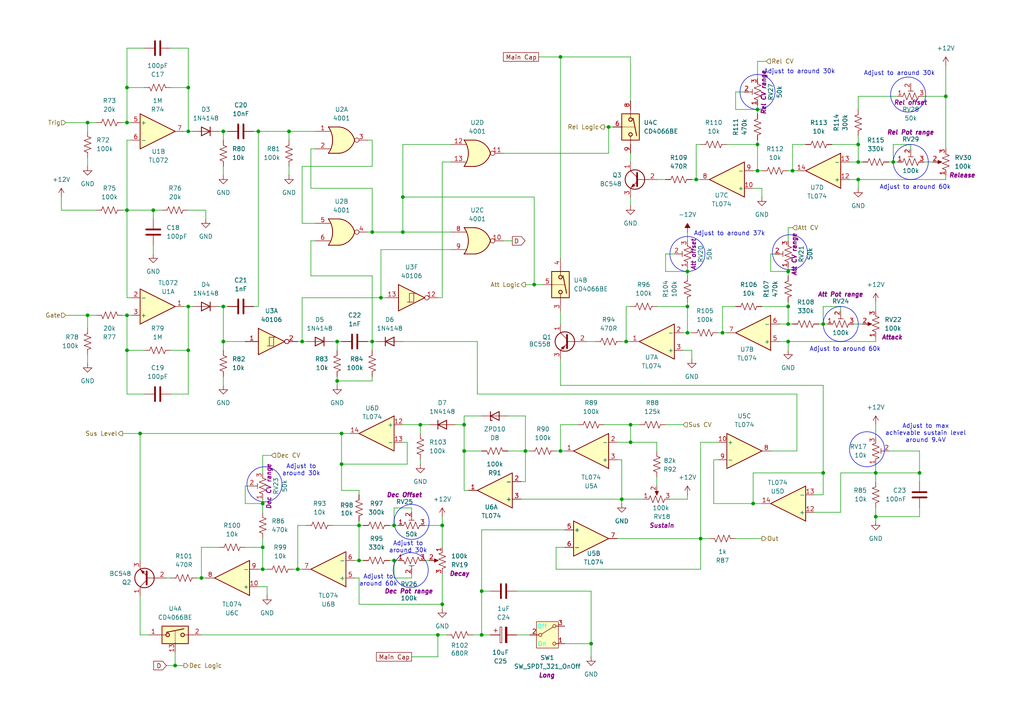
<source format=kicad_sch>
(kicad_sch (version 20250114) (generator "eeschema") (generator_version "9.0")
  (paper "A4")
  (title_block (company "DMH Instruments") (comment 1 "PCB for 15cm Kosmo format synthesizer module"))
  (circle (center 263.398 27.432) (radius 5.08))
  (circle (center 264.16 46.99) (radius 5.08))
  (circle (center 76.708 140.462) (radius 5.08))
  (circle (center 199.39 73.66) (radius 5.08))
  (circle (center 243.84 93.98) (radius 5.08))
  (circle (center 251.46 130.302) (radius 5.08))
  (circle (center 119.38 151.384) (radius 5.08))
  (circle (center 119.126 165.354) (radius 5.08))
  (circle (center 229.108 73.152) (radius 5.08))
  (circle (center 219.71 26.67) (radius 5.08))
  (text "Adjust to\naround 60k" (at 109.728 168.402 0) (effects (font (size 1.27 1.27))))
  (text "Adjust to\naround 30k" (at 118.364 158.75 0) (effects (font (size 1.27 1.27))))
  (text "Adjust to around 30k" (at 231.902 20.828 0) (effects (font (size 1.27 1.27))))
  (text "Adjust to around 60k" (at 265.43 54.356 0) (effects (font (size 1.27 1.27))))
  (text "Adjust to\naround 30k" (at 87.376 136.398 0) (effects (font (size 1.27 1.27))))
  (text "Adjust to around 37k" (at 211.582 67.818 0) (effects (font (size 1.27 1.27))))
  (text "Adjust to around 30k" (at 260.858 21.336 0) (effects (font (size 1.27 1.27))))
  (text "Adjust to max\nachievable sustain level\naround 9.4V" (at 268.478 125.73 0) (effects (font (size 1.27 1.27))))
  (text "Adjust to around 60k" (at 245.11 101.346 0) (effects (font (size 1.27 1.27))))
  (junction (at 228.6 78.74))
  (junction (at 76.2 146.05))
  (junction (at 248.92 46.99))
  (junction (at 97.79 99.06))
  (junction (at 128.27 152.4))
  (junction (at 74.93 38.1))
  (junction (at 83.82 38.1))
  (junction (at 162.56 16.51))
  (junction (at 25.4 91.44))
  (junction (at 64.77 38.1))
  (junction (at 134.62 130.81))
  (junction (at 54.61 101.6))
  (junction (at 25.4 35.56))
  (junction (at 180.34 144.78))
  (junction (at 87.63 99.06))
  (junction (at 181.61 99.06))
  (junction (at 76.2 165.1))
  (junction (at 36.83 25.4))
  (junction (at 219.71 49.53))
  (junction (at 116.84 57.15))
  (junction (at 36.83 35.56))
  (junction (at 152.4 130.81))
  (junction (at 254 137.16))
  (junction (at 114.3 162.56))
  (junction (at 228.6 88.9))
  (junction (at 254 149.86))
  (junction (at 114.3 152.4))
  (junction (at 199.39 96.52))
  (junction (at 238.76 137.16))
  (junction (at 54.61 88.9))
  (junction (at 99.06 134.62))
  (junction (at 134.62 123.19))
  (junction (at 199.39 88.9))
  (junction (at 229.87 49.53))
  (junction (at 162.56 130.81))
  (junction (at 203.2 156.21))
  (junction (at 182.88 128.27))
  (junction (at 104.14 162.56))
  (junction (at 36.83 101.6))
  (junction (at 199.39 78.74))
  (junction (at 248.92 41.91))
  (junction (at 54.61 25.4))
  (junction (at 219.71 31.75))
  (junction (at 259.08 46.99))
  (junction (at 50.8 193.04))
  (junction (at 176.53 36.83))
  (junction (at 110.49 86.36))
  (junction (at 182.88 123.19))
  (junction (at 209.55 96.52))
  (junction (at 228.6 99.06))
  (junction (at 219.71 41.91))
  (junction (at 64.77 99.06))
  (junction (at 97.79 110.49))
  (junction (at 121.92 123.19))
  (junction (at 274.32 27.94))
  (junction (at 107.95 67.31))
  (junction (at 139.7 171.45))
  (junction (at 248.92 52.07))
  (junction (at 154.94 82.55))
  (junction (at 116.84 67.31))
  (junction (at 86.36 165.1))
  (junction (at 54.61 38.1))
  (junction (at 266.7 137.16))
  (junction (at 44.45 60.96))
  (junction (at 238.76 93.98))
  (junction (at 76.2 158.75))
  (junction (at 64.77 88.9))
  (junction (at 107.95 99.06))
  (junction (at 40.64 125.73))
  (junction (at 201.93 52.07))
  (junction (at 171.45 186.69))
  (junction (at 139.7 184.15))
  (junction (at 228.6 93.98))
  (junction (at 36.83 60.96))
  (junction (at 218.44 146.05))
  (junction (at 104.14 152.4))
  (junction (at 128.27 175.26))
  (junction (at 58.42 167.64))
  (junction (at 127 184.15))
  (junction (at 99.06 125.73))
  (junction (at 36.83 91.44))
  (wire (pts (xy 236.22 148.59) (xy 243.84 148.59)))
  (wire (pts (xy 64.77 109.22) (xy 64.77 111.76)))
  (wire (pts (xy 76.2 158.75) (xy 76.2 165.1)))
  (wire (pts (xy 203.2 128.27) (xy 208.28 128.27)))
  (wire (pts (xy 74.93 38.1) (xy 74.93 88.9)))
  (wire (pts (xy 213.36 88.9) (xy 209.55 88.9)))
  (wire (pts (xy 107.95 99.06) (xy 109.22 99.06)))
  (wire (pts (xy 127 184.15) (xy 129.54 184.15)))
  (wire (pts (xy 264.16 41.91) (xy 259.08 41.91)))
  (wire (pts (xy 219.71 30.48) (xy 219.71 31.75)))
  (wire (pts (xy 182.88 88.9) (xy 181.61 88.9)))
  (wire (pts (xy 207.01 146.05) (xy 218.44 146.05)))
  (wire (pts (xy 267.97 27.94) (xy 274.32 27.94)))
  (wire (pts (xy 127 190.5) (xy 127 184.15)))
  (wire (pts (xy 162.56 16.51) (xy 156.21 16.51)))
  (wire (pts (xy 182.88 29.21) (xy 182.88 16.51)))
  (wire (pts (xy 19.05 35.56) (xy 25.4 35.56)))
  (wire (pts (xy 208.28 96.52) (xy 209.55 96.52)))
  (wire (pts (xy 119.38 148.59) (xy 119.38 147.32)))
  (wire (pts (xy 38.1 86.36) (xy 36.83 86.36)))
  (wire (pts (xy 210.82 41.91) (xy 219.71 41.91)))
  (wire (pts (xy 73.66 88.9) (xy 74.93 88.9)))
  (wire (pts (xy 54.61 88.9) (xy 55.88 88.9)))
  (wire (pts (xy 130.81 72.39) (xy 110.49 72.39)))
  (wire (pts (xy 50.8 193.04) (xy 48.26 193.04)))
  (wire (pts (xy 199.39 67.31) (xy 199.39 69.85)))
  (wire (pts (xy 44.45 60.96) (xy 44.45 63.5)))
  (wire (pts (xy 44.45 71.12) (xy 44.45 73.66)))
  (wire (pts (xy 243.84 88.9) (xy 238.76 88.9)))
  (wire (pts (xy 36.83 25.4) (xy 41.91 25.4)))
  (wire (pts (xy 177.8 36.83) (xy 176.53 36.83)))
  (wire (pts (xy 199.39 77.47) (xy 199.39 78.74)))
  (wire (pts (xy 36.83 91.44) (xy 38.1 91.44)))
  (wire (pts (xy 36.83 101.6) (xy 36.83 91.44)))
  (wire (pts (xy 19.05 91.44) (xy 25.4 91.44)))
  (wire (pts (xy 139.7 153.67) (xy 163.83 153.67)))
  (wire (pts (xy 161.29 165.1) (xy 203.2 165.1)))
  (wire (pts (xy 90.17 69.85) (xy 90.17 80.01)))
  (wire (pts (xy 229.87 41.91) (xy 229.87 49.53)))
  (wire (pts (xy 64.77 99.06) (xy 71.12 99.06)))
  (wire (pts (xy 203.2 41.91) (xy 201.93 41.91)))
  (wire (pts (xy 58.42 167.64) (xy 59.69 167.64)))
  (wire (pts (xy 182.88 44.45) (xy 182.88 46.99)))
  (wire (pts (xy 50.8 189.23) (xy 50.8 193.04)))
  (wire (pts (xy 41.91 114.3) (xy 36.83 114.3)))
  (wire (pts (xy 104.14 167.64) (xy 104.14 175.26)))
  (wire (pts (xy 139.7 171.45) (xy 142.24 171.45)))
  (wire (pts (xy 247.65 93.98) (xy 250.19 93.98)))
  (wire (pts (xy 162.56 111.76) (xy 238.76 111.76)))
  (wire (pts (xy 49.53 13.97) (xy 54.61 13.97)))
  (wire (pts (xy 134.62 120.65) (xy 134.62 123.19)))
  (wire (pts (xy 146.05 69.85) (xy 148.59 69.85)))
  (wire (pts (xy 87.63 86.36) (xy 87.63 99.06)))
  (wire (pts (xy 228.6 93.98) (xy 226.06 93.98)))
  (wire (pts (xy 40.64 172.72) (xy 40.64 184.15)))
  (wire (pts (xy 49.53 114.3) (xy 54.61 114.3)))
  (wire (pts (xy 78.74 132.08) (xy 76.2 132.08)))
  (wire (pts (xy 116.84 41.91) (xy 116.84 57.15)))
  (wire (pts (xy 36.83 86.36) (xy 36.83 60.96)))
  (wire (pts (xy 102.87 167.64) (xy 104.14 167.64)))
  (wire (pts (xy 63.5 158.75) (xy 58.42 158.75)))
  (wire (pts (xy 128.27 166.37) (xy 128.27 175.26)))
  (wire (pts (xy 154.94 57.15) (xy 116.84 57.15)))
  (wire (pts (xy 86.36 152.4) (xy 86.36 165.1)))
  (wire (pts (xy 219.71 41.91) (xy 219.71 49.53)))
  (wire (pts (xy 25.4 91.44) (xy 25.4 95.25)))
  (wire (pts (xy 203.2 156.21) (xy 205.74 156.21)))
  (wire (pts (xy 90.17 54.61) (xy 107.95 54.61)))
  (wire (pts (xy 228.6 77.47) (xy 228.6 78.74)))
  (wire (pts (xy 257.81 130.81) (xy 266.7 130.81)))
  (wire (pts (xy 110.49 86.36) (xy 87.63 86.36)))
  (wire (pts (xy 49.53 25.4) (xy 54.61 25.4)))
  (wire (pts (xy 72.39 140.97) (xy 71.12 140.97)))
  (wire (pts (xy 199.39 144.78) (xy 199.39 143.51)))
  (wire (pts (xy 88.9 152.4) (xy 86.36 152.4)))
  (wire (pts (xy 175.26 123.19) (xy 182.88 123.19)))
  (wire (pts (xy 27.94 60.96) (xy 17.78 60.96)))
  (wire (pts (xy 114.3 162.56) (xy 115.57 162.56)))
  (wire (pts (xy 35.56 35.56) (xy 36.83 35.56)))
  (wire (pts (xy 228.6 93.98) (xy 229.87 93.98)))
  (wire (pts (xy 119.38 190.5) (xy 127 190.5)))
  (wire (pts (xy 162.56 90.17) (xy 162.56 93.98)))
  (wire (pts (xy 77.47 172.72) (xy 77.47 170.18)))
  (wire (pts (xy 107.95 40.64) (xy 107.95 48.26)))
  (wire (pts (xy 113.03 152.4) (xy 114.3 152.4)))
  (wire (pts (xy 152.4 82.55) (xy 154.94 82.55)))
  (wire (pts (xy 218.44 137.16) (xy 218.44 146.05)))
  (wire (pts (xy 219.71 40.64) (xy 219.71 41.91)))
  (wire (pts (xy 74.93 165.1) (xy 76.2 165.1)))
  (wire (pts (xy 181.61 88.9) (xy 181.61 99.06)))
  (wire (pts (xy 193.04 123.19) (xy 198.12 123.19)))
  (wire (pts (xy 134.62 142.24) (xy 135.89 142.24)))
  (wire (pts (xy 219.71 17.78) (xy 219.71 22.86)))
  (wire (pts (xy 104.14 151.13) (xy 104.14 152.4)))
  (wire (pts (xy 176.53 36.83) (xy 176.53 44.45)))
  (wire (pts (xy 182.88 16.51) (xy 162.56 16.51)))
  (wire (pts (xy 128.27 175.26) (xy 128.27 176.53)))
  (wire (pts (xy 64.77 38.1) (xy 66.04 38.1)))
  (wire (pts (xy 157.48 82.55) (xy 154.94 82.55)))
  (wire (pts (xy 99.06 125.73) (xy 101.6 125.73)))
  (wire (pts (xy 36.83 35.56) (xy 38.1 35.56)))
  (wire (pts (xy 171.45 186.69) (xy 171.45 190.5)))
  (wire (pts (xy 213.36 26.67) (xy 213.36 31.75)))
  (wire (pts (xy 254 149.86) (xy 254 151.13)))
  (wire (pts (xy 74.93 38.1) (xy 83.82 38.1)))
  (wire (pts (xy 201.93 52.07) (xy 203.2 52.07)))
  (wire (pts (xy 139.7 120.65) (xy 134.62 120.65)))
  (wire (pts (xy 209.55 88.9) (xy 209.55 96.52)))
  (wire (pts (xy 228.6 78.74) (xy 228.6 80.01)))
  (wire (pts (xy 228.6 88.9) (xy 228.6 93.98)))
  (wire (pts (xy 220.98 88.9) (xy 228.6 88.9)))
  (wire (pts (xy 152.4 130.81) (xy 153.67 130.81)))
  (wire (pts (xy 219.71 31.75) (xy 219.71 33.02)))
  (wire (pts (xy 107.95 101.6) (xy 107.95 99.06)))
  (wire (pts (xy 64.77 88.9) (xy 66.04 88.9)))
  (wire (pts (xy 107.95 67.31) (xy 116.84 67.31)))
  (wire (pts (xy 223.52 78.74) (xy 228.6 78.74)))
  (wire (pts (xy 105.41 152.4) (xy 104.14 152.4)))
  (wire (pts (xy 161.29 158.75) (xy 161.29 165.1)))
  (wire (pts (xy 77.47 170.18) (xy 74.93 170.18)))
  (wire (pts (xy 248.92 27.94) (xy 260.35 27.94)))
  (wire (pts (xy 119.38 166.37) (xy 119.38 167.64)))
  (wire (pts (xy 71.12 158.75) (xy 76.2 158.75)))
  (wire (pts (xy 243.84 137.16) (xy 254 137.16)))
  (wire (pts (xy 254 147.32) (xy 254 149.86)))
  (wire (pts (xy 162.56 74.93) (xy 162.56 16.51)))
  (wire (pts (xy 233.68 41.91) (xy 229.87 41.91)))
  (wire (pts (xy 58.42 158.75) (xy 58.42 167.64)))
  (wire (pts (xy 254 123.19) (xy 254 127)))
  (wire (pts (xy 121.92 123.19) (xy 121.92 125.73)))
  (wire (pts (xy 87.63 64.77) (xy 91.44 64.77)))
  (wire (pts (xy 74.93 38.1) (xy 73.66 38.1)))
  (wire (pts (xy 97.79 109.22) (xy 97.79 110.49)))
  (wire (pts (xy 107.95 54.61) (xy 107.95 67.31)))
  (wire (pts (xy 181.61 99.06) (xy 182.88 99.06)))
  (wire (pts (xy 219.71 49.53) (xy 218.44 49.53)))
  (wire (pts (xy 25.4 35.56) (xy 27.94 35.56)))
  (wire (pts (xy 63.5 38.1) (xy 64.77 38.1)))
  (wire (pts (xy 113.03 162.56) (xy 114.3 162.56)))
  (wire (pts (xy 162.56 104.14) (xy 162.56 111.76)))
  (wire (pts (xy 274.32 27.94) (xy 274.32 43.18)))
  (wire (pts (xy 99.06 134.62) (xy 99.06 142.24)))
  (wire (pts (xy 97.79 99.06) (xy 99.06 99.06)))
  (wire (pts (xy 223.52 73.66) (xy 223.52 78.74)))
  (wire (pts (xy 154.94 82.55) (xy 154.94 57.15)))
  (wire (pts (xy 200.66 101.6) (xy 200.66 104.14)))
  (wire (pts (xy 41.91 13.97) (xy 36.83 13.97)))
  (wire (pts (xy 231.14 114.3) (xy 231.14 130.81)))
  (wire (pts (xy 146.05 44.45) (xy 176.53 44.45)))
  (wire (pts (xy 193.04 73.66) (xy 193.04 78.74)))
  (wire (pts (xy 209.55 96.52) (xy 210.82 96.52)))
  (wire (pts (xy 274.32 52.07) (xy 248.92 52.07)))
  (wire (pts (xy 254 87.63) (xy 254 90.17)))
  (wire (pts (xy 152.4 139.7) (xy 152.4 130.81)))
  (wire (pts (xy 254 99.06) (xy 228.6 99.06)))
  (wire (pts (xy 243.84 90.17) (xy 243.84 88.9)))
  (wire (pts (xy 228.6 87.63) (xy 228.6 88.9)))
  (wire (pts (xy 104.14 162.56) (xy 105.41 162.56)))
  (wire (pts (xy 248.92 39.37) (xy 248.92 41.91)))
  (wire (pts (xy 228.6 99.06) (xy 226.06 99.06)))
  (wire (pts (xy 238.76 88.9) (xy 238.76 93.98)))
  (wire (pts (xy 182.88 128.27) (xy 179.07 128.27)))
  (wire (pts (xy 207.01 146.05) (xy 207.01 133.35)))
  (wire (pts (xy 48.26 167.64) (xy 49.53 167.64)))
  (wire (pts (xy 138.43 99.06) (xy 116.84 99.06)))
  (wire (pts (xy 59.69 60.96) (xy 54.61 60.96)))
  (wire (pts (xy 179.07 156.21) (xy 203.2 156.21)))
  (wire (pts (xy 162.56 130.81) (xy 163.83 130.81)))
  (wire (pts (xy 194.31 144.78) (xy 199.39 144.78)))
  (wire (pts (xy 171.45 171.45) (xy 171.45 186.69)))
  (wire (pts (xy 121.92 133.35) (xy 121.92 134.62)))
  (wire (pts (xy 175.26 36.83) (xy 176.53 36.83)))
  (wire (pts (xy 138.43 114.3) (xy 231.14 114.3)))
  (wire (pts (xy 243.84 148.59) (xy 243.84 137.16)))
  (wire (pts (xy 50.8 193.04) (xy 53.34 193.04)))
  (wire (pts (xy 57.15 167.64) (xy 58.42 167.64)))
  (wire (pts (xy 274.32 50.8) (xy 274.32 52.07)))
  (wire (pts (xy 76.2 165.1) (xy 77.47 165.1)))
  (wire (pts (xy 138.43 114.3) (xy 138.43 99.06)))
  (wire (pts (xy 162.56 123.19) (xy 162.56 130.81)))
  (wire (pts (xy 54.61 38.1) (xy 53.34 38.1)))
  (wire (pts (xy 36.83 25.4) (xy 36.83 35.56)))
  (wire (pts (xy 139.7 130.81) (xy 134.62 130.81)))
  (wire (pts (xy 195.58 73.66) (xy 193.04 73.66)))
  (wire (pts (xy 107.95 80.01) (xy 107.95 99.06)))
  (wire (pts (xy 121.92 123.19) (xy 124.46 123.19)))
  (wire (pts (xy 236.22 143.51) (xy 238.76 143.51)))
  (wire (pts (xy 215.9 26.67) (xy 213.36 26.67)))
  (wire (pts (xy 149.86 171.45) (xy 171.45 171.45)))
  (wire (pts (xy 119.38 167.64) (xy 114.3 167.64)))
  (wire (pts (xy 54.61 114.3) (xy 54.61 101.6)))
  (wire (pts (xy 248.92 54.61) (xy 248.92 52.07)))
  (wire (pts (xy 229.87 49.53) (xy 231.14 49.53)))
  (wire (pts (xy 130.81 46.99) (xy 128.27 46.99)))
  (wire (pts (xy 198.12 101.6) (xy 200.66 101.6)))
  (wire (pts (xy 90.17 80.01) (xy 107.95 80.01)))
  (wire (pts (xy 274.32 19.05) (xy 274.32 27.94)))
  (wire (pts (xy 248.92 52.07) (xy 246.38 52.07)))
  (wire (pts (xy 137.16 184.15) (xy 139.7 184.15)))
  (wire (pts (xy 97.79 110.49) (xy 107.95 110.49)))
  (wire (pts (xy 106.68 40.64) (xy 107.95 40.64)))
  (wire (pts (xy 116.84 128.27) (xy 118.11 128.27)))
  (wire (pts (xy 76.2 144.78) (xy 76.2 146.05)))
  (wire (pts (xy 218.44 146.05) (xy 220.98 146.05)))
  (wire (pts (xy 25.4 45.72) (xy 25.4 48.26)))
  (wire (pts (xy 231.14 130.81) (xy 223.52 130.81)))
  (wire (pts (xy 99.06 134.62) (xy 99.06 125.73)))
  (wire (pts (xy 224.79 73.66) (xy 223.52 73.66)))
  (wire (pts (xy 114.3 167.64) (xy 114.3 162.56)))
  (wire (pts (xy 180.34 133.35) (xy 180.34 144.78)))
  (wire (pts (xy 123.19 162.56) (xy 124.46 162.56)))
  (wire (pts (xy 110.49 72.39) (xy 110.49 86.36)))
  (wire (pts (xy 104.14 152.4) (xy 104.14 162.56)))
  (wire (pts (xy 71.12 140.97) (xy 71.12 146.05)))
  (wire (pts (xy 199.39 78.74) (xy 199.39 80.01)))
  (wire (pts (xy 35.56 60.96) (xy 36.83 60.96)))
  (wire (pts (xy 54.61 25.4) (xy 54.61 38.1)))
  (wire (pts (xy 35.56 125.73) (xy 40.64 125.73)))
  (wire (pts (xy 267.97 46.99) (xy 270.51 46.99)))
  (wire (pts (xy 107.95 67.31) (xy 106.68 67.31)))
  (wire (pts (xy 219.71 49.53) (xy 220.98 49.53)))
  (wire (pts (xy 83.82 38.1) (xy 91.44 38.1)))
  (wire (pts (xy 200.66 52.07) (xy 201.93 52.07)))
  (wire (pts (xy 130.81 41.91) (xy 116.84 41.91)))
  (wire (pts (xy 163.83 186.69) (xy 171.45 186.69)))
  (wire (pts (xy 182.88 57.15) (xy 182.88 59.69)))
  (wire (pts (xy 203.2 156.21) (xy 203.2 128.27)))
  (wire (pts (xy 64.77 99.06) (xy 64.77 101.6)))
  (wire (pts (xy 110.49 86.36) (xy 111.76 86.36)))
  (wire (pts (xy 147.32 120.65) (xy 152.4 120.65)))
  (wire (pts (xy 86.36 99.06) (xy 87.63 99.06)))
  (wire (pts (xy 91.44 43.18) (xy 90.17 43.18)))
  (wire (pts (xy 128.27 152.4) (xy 128.27 158.75)))
  (wire (pts (xy 259.08 41.91) (xy 259.08 46.99)))
  (wire (pts (xy 36.83 13.97) (xy 36.83 25.4)))
  (wire (pts (xy 58.42 184.15) (xy 127 184.15)))
  (wire (pts (xy 54.61 13.97) (xy 54.61 25.4)))
  (wire (pts (xy 264.16 43.18) (xy 264.16 41.91)))
  (wire (pts (xy 86.36 165.1) (xy 87.63 165.1)))
  (wire (pts (xy 199.39 96.52) (xy 200.66 96.52)))
  (wire (pts (xy 40.64 162.56) (xy 40.64 125.73)))
  (wire (pts (xy 40.64 125.73) (xy 99.06 125.73)))
  (wire (pts (xy 91.44 69.85) (xy 90.17 69.85)))
  (wire (pts (xy 118.11 134.62) (xy 99.06 134.62)))
  (wire (pts (xy 132.08 123.19) (xy 134.62 123.19)))
  (wire (pts (xy 218.44 137.16) (xy 238.76 137.16)))
  (wire (pts (xy 228.6 101.6) (xy 228.6 99.06)))
  (wire (pts (xy 35.56 91.44) (xy 36.83 91.44)))
  (wire (pts (xy 201.93 41.91) (xy 201.93 52.07)))
  (wire (pts (xy 190.5 138.43) (xy 190.5 140.97)))
  (wire (pts (xy 64.77 48.26) (xy 64.77 50.8)))
  (wire (pts (xy 182.88 123.19) (xy 185.42 123.19)))
  (wire (pts (xy 207.01 133.35) (xy 208.28 133.35)))
  (wire (pts (xy 114.3 147.32) (xy 114.3 152.4)))
  (wire (pts (xy 248.92 41.91) (xy 248.92 46.99)))
  (wire (pts (xy 266.7 137.16) (xy 254 137.16)))
  (wire (pts (xy 238.76 93.98) (xy 240.03 93.98)))
  (wire (pts (xy 99.06 142.24) (xy 104.14 142.24)))
  (wire (pts (xy 134.62 130.81) (xy 134.62 142.24)))
  (wire (pts (xy 222.25 17.78) (xy 219.71 17.78)))
  (wire (pts (xy 116.84 67.31) (xy 130.81 67.31)))
  (wire (pts (xy 161.29 130.81) (xy 162.56 130.81)))
  (wire (pts (xy 102.87 162.56) (xy 104.14 162.56)))
  (wire (pts (xy 25.4 102.87) (xy 25.4 105.41)))
  (wire (pts (xy 41.91 101.6) (xy 36.83 101.6)))
  (wire (pts (xy 107.95 99.06) (xy 106.68 99.06)))
  (wire (pts (xy 118.11 128.27) (xy 118.11 134.62)))
  (wire (pts (xy 238.76 111.76) (xy 238.76 137.16)))
  (wire (pts (xy 87.63 48.26) (xy 87.63 64.77)))
  (wire (pts (xy 44.45 60.96) (xy 46.99 60.96)))
  (wire (pts (xy 83.82 40.64) (xy 83.82 38.1)))
  (wire (pts (xy 237.49 93.98) (xy 238.76 93.98)))
  (wire (pts (xy 238.76 143.51) (xy 238.76 137.16)))
  (wire (pts (xy 139.7 171.45) (xy 139.7 184.15)))
  (wire (pts (xy 25.4 91.44) (xy 27.94 91.44)))
  (wire (pts (xy 49.53 101.6) (xy 54.61 101.6)))
  (wire (pts (xy 36.83 60.96) (xy 44.45 60.96)))
  (wire (pts (xy 36.83 60.96) (xy 36.83 40.64)))
  (wire (pts (xy 228.6 49.53) (xy 229.87 49.53)))
  (wire (pts (xy 180.34 144.78) (xy 180.34 146.05)))
  (wire (pts (xy 248.92 46.99) (xy 250.19 46.99)))
  (wire (pts (xy 107.95 109.22) (xy 107.95 110.49)))
  (wire (pts (xy 190.5 128.27) (xy 182.88 128.27)))
  (wire (pts (xy 266.7 130.81) (xy 266.7 137.16)))
  (wire (pts (xy 193.04 78.74) (xy 199.39 78.74)))
  (wire (pts (xy 76.2 156.21) (xy 76.2 158.75)))
  (wire (pts (xy 151.13 139.7) (xy 152.4 139.7)))
  (wire (pts (xy 96.52 99.06) (xy 97.79 99.06)))
  (wire (pts (xy 128.27 149.86) (xy 128.27 152.4)))
  (wire (pts (xy 180.34 144.78) (xy 186.69 144.78)))
  (wire (pts (xy 199.39 87.63) (xy 199.39 88.9)))
  (wire (pts (xy 97.79 110.49) (xy 97.79 111.76)))
  (wire (pts (xy 43.18 184.15) (xy 40.64 184.15)))
  (wire (pts (xy 182.88 123.19) (xy 182.88 128.27)))
  (wire (pts (xy 147.32 130.81) (xy 152.4 130.81)))
  (wire (pts (xy 163.83 158.75) (xy 161.29 158.75)))
  (wire (pts (xy 114.3 152.4) (xy 115.57 152.4)))
  (wire (pts (xy 149.86 184.15) (xy 153.67 184.15)))
  (wire (pts (xy 134.62 123.19) (xy 134.62 130.81)))
  (wire (pts (xy 54.61 88.9) (xy 53.34 88.9)))
  (wire (pts (xy 36.83 40.64) (xy 38.1 40.64)))
  (wire (pts (xy 139.7 153.67) (xy 139.7 171.45)))
  (wire (pts (xy 54.61 101.6) (xy 54.61 88.9)))
  (wire (pts (xy 64.77 38.1) (xy 64.77 40.64)))
  (wire (pts (xy 97.79 99.06) (xy 97.79 101.6)))
  (wire (pts (xy 218.44 54.61) (xy 220.98 54.61)))
  (wire (pts (xy 104.14 142.24) (xy 104.14 143.51)))
  (wire (pts (xy 116.84 57.15) (xy 116.84 67.31)))
  (wire (pts (xy 36.83 114.3) (xy 36.83 101.6)))
  (wire (pts (xy 229.87 66.04) (xy 228.6 66.04)))
  (wire (pts (xy 76.2 132.08) (xy 76.2 137.16)))
  (wire (pts (xy 116.84 123.19) (xy 121.92 123.19)))
  (wire (pts (xy 254 97.79) (xy 254 99.06)))
  (wire (pts (xy 25.4 35.56) (xy 25.4 38.1)))
  (wire (pts (xy 64.77 88.9) (xy 64.77 99.06)))
  (wire (pts (xy 248.92 27.94) (xy 248.92 31.75)))
  (wire (pts (xy 54.61 38.1) (xy 55.88 38.1)))
  (wire (pts (xy 190.5 52.07) (xy 193.04 52.07)))
  (wire (pts (xy 248.92 46.99) (xy 246.38 46.99)))
  (wire (pts (xy 104.14 175.26) (xy 128.27 175.26)))
  (wire (pts (xy 241.3 41.91) (xy 248.92 41.91)))
  (wire (pts (xy 128.27 86.36) (xy 127 86.36)))
  (wire (pts (xy 170.18 99.06) (xy 172.72 99.06)))
  (wire (pts (xy 257.81 46.99) (xy 259.08 46.99)))
  (wire (pts (xy 128.27 46.99) (xy 128.27 86.36)))
  (wire (pts (xy 199.39 88.9) (xy 199.39 96.52)))
  (wire (pts (xy 190.5 88.9) (xy 199.39 88.9)))
  (wire (pts (xy 266.7 147.32) (xy 266.7 149.86)))
  (wire (pts (xy 213.36 156.21) (xy 220.98 156.21)))
  (wire (pts (xy 203.2 165.1) (xy 203.2 156.21)))
  (wire (pts (xy 190.5 130.81) (xy 190.5 128.27)))
  (wire (pts (xy 63.5 88.9) (xy 64.77 88.9)))
  (wire (pts (xy 17.78 60.96) (xy 17.78 57.15)))
  (wire (pts (xy 179.07 133.35) (xy 180.34 133.35)))
  (wire (pts (xy 180.34 99.06) (xy 181.61 99.06)))
  (wire (pts (xy 228.6 66.04) (xy 228.6 69.85)))
  (wire (pts (xy 259.08 46.99) (xy 260.35 46.99)))
  (wire (pts (xy 76.2 146.05) (xy 76.2 148.59)))
  (wire (pts (xy 119.38 147.32) (xy 114.3 147.32)))
  (wire (pts (xy 266.7 139.7) (xy 266.7 137.16)))
  (wire (pts (xy 85.09 165.1) (xy 86.36 165.1)))
  (wire (pts (xy 90.17 43.18) (xy 90.17 54.61)))
  (wire (pts (xy 123.19 152.4) (xy 128.27 152.4)))
  (wire (pts (xy 96.52 152.4) (xy 104.14 152.4)))
  (wire (pts (xy 59.69 63.5) (xy 59.69 60.96)))
  (wire (pts (xy 254 139.7) (xy 254 137.16)))
  (wire (pts (xy 213.36 31.75) (xy 219.71 31.75)))
  (wire (pts (xy 71.12 146.05) (xy 76.2 146.05)))
  (wire (pts (xy 167.64 123.19) (xy 162.56 123.19)))
  (wire (pts (xy 152.4 120.65) (xy 152.4 130.81)))
  (wire (pts (xy 83.82 48.26) (xy 83.82 50.8)))
  (wire (pts (xy 142.24 184.15) (xy 139.7 184.15)))
  (wire (pts (xy 254 134.62) (xy 254 137.16)))
  (wire (pts (xy 151.13 144.78) (xy 180.34 144.78)))
  (wire (pts (xy 107.95 48.26) (xy 87.63 48.26)))
  (wire (pts (xy 87.63 99.06) (xy 88.9 99.06)))
  (wire (pts (xy 220.98 54.61) (xy 220.98 57.15)))
  (wire (pts (xy 254 149.86) (xy 266.7 149.86)))
  (wire (pts (xy 199.39 96.52) (xy 198.12 96.52)))
  (global_label "D" (shape input) (at 48.26 193.04 180) (property "Intersheetrefs" "${INTERSHEET_REFS}" (effects (hide yes))))
  (global_label "Main Cap" (shape passive) (at 156.21 16.51 180) (property "Intersheetrefs" "${INTERSHEET_REFS}" (effects (hide yes))))
  (global_label "Main Cap" (shape passive) (at 119.38 190.5 180) (property "Intersheetrefs" "${INTERSHEET_REFS}" (effects (hide yes))))
  (global_label "D" (shape output) (at 148.59 69.85 0) (property "Intersheetrefs" "${INTERSHEET_REFS}" (effects (hide yes))))
  (hierarchical_label "Sus Level" (shape output) (at 35.56 125.73 180))
  (hierarchical_label "Rel CV" (shape input) (at 222.25 17.78 0))
  (hierarchical_label "Gate" (shape input) (at 19.05 91.44 180))
  (hierarchical_label "Att CV" (shape input) (at 229.87 66.04 0))
  (hierarchical_label "Trig" (shape input) (at 19.05 35.56 180))
  (hierarchical_label "Dec Logic" (shape output) (at 53.34 193.04 0))
  (hierarchical_label "Out" (shape output) (at 220.98 156.21 0))
  (hierarchical_label "Sus CV" (shape input) (at 198.12 123.19 0))
  (hierarchical_label "Dec CV" (shape input) (at 78.74 132.08 0))
  (hierarchical_label "Att Logic" (shape output) (at 152.4 82.55 180))
  (hierarchical_label "Rel Logic" (shape output) (at 175.26 36.83 180))
  (symbol (lib_id "Device:R_US") (at 25.4 41.91 180) (unit 1)
    (property "Reference" "R72" (at 27.94 40.6399 0) (effects (justify right)))
    (property "Value" "100k" (at 27.94 43.1799 0) (effects (justify right)))
    (property "Footprint" "Resistor_THT:R_Axial_DIN0207_L6.3mm_D2.5mm_P7.62mm_Horizontal" (effects (hide yes)))
    (property "Description" "Resistor, US symbol" (effects (hide yes)))
  )
  (symbol (lib_id "Device:C") (at 266.7 143.51 0) (mirror x) (unit 1)
    (property "Reference" "C23" (at 262.89 142.2399 0) (effects (justify right)))
    (property "Value" "100nF" (at 262.89 144.7799 0) (effects (justify right)))
    (property "Footprint" "Capacitor_THT:C_Disc_D4.3mm_W1.9mm_P5.00mm" (effects (hide yes)))
    (property "Description" "Unpolarized capacitor" (effects (hide yes)))
  )
  (symbol (lib_id "4xxx:40106") (at 78.74 99.06 0) (unit 1)
    (property "Reference" "U3" (at 78.74 90.17 0))
    (property "Value" "40106" (at 78.74 92.71 0))
    (property "Footprint" "Package_DIP:DIP-14_W7.62mm_Socket" (effects (hide yes)))
    (property "Datasheet" "https://assets.nexperia.com/documents/data-sheet/HEF40106B.pdf" (effects (hide yes)))
    (property "Description" "Hex Schmitt trigger inverter" (effects (hide yes)))
  )
  (symbol (lib_id "Device:R_Potentiometer_Trim_US") (at 264.16 46.99 90) (unit 1)
    (property "Reference" "RV29" (at 264.16 40.386 90))
    (property "Value" "100k" (at 264.16 49.53 90))
    (property "Footprint" "Potentiometer_THT:Potentiometer_Bourns_3296W_Vertical" (effects (hide yes)))
    (property "Description" "Trim-potentiometer, US symbol" (effects (hide yes)))
    (property "Function" "Rel Pot range" (at 264.16 38.354 90) (effects (font (thickness 0.254) (bold yes) (italic yes))))
  )
  (symbol (lib_id "Device:R_US") (at 189.23 123.19 270) (unit 1)
    (property "Reference" "R88" (at 189.23 116.84 90))
    (property "Value" "125k" (at 189.23 119.38 90))
    (property "Footprint" "Resistor_THT:R_Axial_DIN0207_L6.3mm_D2.5mm_P7.62mm_Horizontal" (effects (hide yes)))
    (property "Description" "Resistor, US symbol" (effects (hide yes)))
  )
  (symbol (lib_id "Diode:1N4148") (at 92.71 99.06 180) (unit 1)
    (property "Reference" "D5" (at 92.71 92.71 0))
    (property "Value" "1N4148" (at 92.71 95.25 0))
    (property "Footprint" "Diode_THT:D_DO-35_SOD27_P7.62mm_Horizontal" (effects (hide yes)))
    (property "Datasheet" "https://assets.nexperia.com/documents/data-sheet/1N4148_1N4448.pdf" (effects (hide yes)))
    (property "Description" "100V 0.15A standard switching diode, DO-35" (effects (hide yes)))
    (property "Sim.Device" "D" (effects (hide yes)))
    (property "Sim.Pins" "1=K 2=A" (effects (hide yes)))
  )
  (symbol (lib_id "Analog_Switch:CD4066BE") (at 182.88 36.83 270) (unit 3)
    (property "Reference" "U4" (at 186.69 35.5599 90) (effects (justify left)))
    (property "Value" "CD4066BE" (at 186.69 38.0999 90) (effects (justify left)))
    (property "Footprint" "Package_DIP:DIP-14_W7.62mm" (effects (hide yes)))
    (property "Datasheet" "https://www.ti.com/lit/ds/symlink/cd4066b.pdf" (effects (hide yes)))
    (property "Description" "Quad 20V analog SPST 1:1 switch, DIP-14" (effects (hide yes)))
  )
  (symbol (lib_id "Device:R_US") (at 109.22 162.56 270) (unit 1)
    (property "Reference" "R95" (at 109.22 156.21 90))
    (property "Value" "330k" (at 109.22 158.75 90))
    (property "Footprint" "Resistor_THT:R_Axial_DIN0207_L6.3mm_D2.5mm_P7.62mm_Horizontal" (effects (hide yes)))
    (property "Description" "Resistor, US symbol" (effects (hide yes)))
  )
  (symbol (lib_id "power:GND") (at 25.4 48.26 0) (unit 1)
    (property "Reference" "#PWR044" (effects (hide yes)))
    (property "Value" "GND" (at 25.4 53.34 0))
    (property "Description" "Power symbol creates a global label with name \"GND\" , ground" (effects (hide yes)))
  )
  (symbol (lib_id "Amplifier_Operational:TL074") (at 171.45 156.21 0) (unit 2)
    (property "Reference" "U5" (at 172.212 160.528 0))
    (property "Value" "TL074" (at 172.212 163.068 0))
    (property "Datasheet" "http://www.ti.com/lit/ds/symlink/tl071.pdf" (effects (hide yes)))
    (property "Description" "Quad Low-Noise JFET-Input Operational Amplifiers, DIP-14/SOIC-14" (effects (hide yes)))
  )
  (symbol (lib_id "Device:R_US") (at 76.2 152.4 180) (unit 1)
    (property "Reference" "R86" (at 78.74 151.1299 0) (effects (justify right)))
    (property "Value" "470k" (at 78.74 153.6699 0) (effects (justify right)))
    (property "Footprint" "Resistor_THT:R_Axial_DIN0207_L6.3mm_D2.5mm_P7.62mm_Horizontal" (effects (hide yes)))
    (property "Description" "Resistor, US symbol" (effects (hide yes)))
  )
  (symbol (lib_id "Device:R_US") (at 31.75 35.56 270) (unit 1)
    (property "Reference" "R73" (at 31.75 29.21 90))
    (property "Value" "20k" (at 31.75 31.75 90))
    (property "Footprint" "Resistor_THT:R_Axial_DIN0207_L6.3mm_D2.5mm_P7.62mm_Horizontal" (effects (hide yes)))
    (property "Description" "Resistor, US symbol" (effects (hide yes)))
  )
  (symbol (lib_id "Device:R_US") (at 228.6 83.82 0) (mirror x) (unit 1)
    (property "Reference" "R107" (at 222.25 83.82 90))
    (property "Value" "470k" (at 224.79 83.82 90))
    (property "Footprint" "Resistor_THT:R_Axial_DIN0207_L6.3mm_D2.5mm_P7.62mm_Horizontal" (effects (hide yes)))
    (property "Description" "Resistor, US symbol" (effects (hide yes)))
  )
  (symbol (lib_id "Device:R_US") (at 186.69 88.9 270) (unit 1)
    (property "Reference" "R96" (at 186.69 82.55 90))
    (property "Value" "100k" (at 186.69 85.09 90))
    (property "Footprint" "Resistor_THT:R_Axial_DIN0207_L6.3mm_D2.5mm_P7.62mm_Horizontal" (effects (hide yes)))
    (property "Description" "Resistor, US symbol" (effects (hide yes)))
  )
  (symbol (lib_id "Device:R_Potentiometer_Trim_US") (at 76.2 140.97 180) (unit 1)
    (property "Reference" "RV23" (at 80.01 140.97 90))
    (property "Value" "50k" (at 82.55 140.97 90))
    (property "Footprint" "Potentiometer_THT:Potentiometer_Bourns_3296W_Vertical" (effects (hide yes)))
    (property "Description" "Trim-potentiometer, US symbol" (effects (hide yes)))
    (property "Function" "Dec CV range" (at 77.978 140.97 90) (effects (font (thickness 0.254) (bold yes) (italic yes))))
  )
  (symbol (lib_id "Device:R_Potentiometer_Trim_US") (at 228.6 73.66 180) (unit 1)
    (property "Reference" "RV21" (at 232.41 73.66 90))
    (property "Value" "50k" (at 234.95 73.66 90))
    (property "Footprint" "Potentiometer_THT:Potentiometer_Bourns_3296W_Vertical" (effects (hide yes)))
    (property "Description" "Trim-potentiometer, US symbol" (effects (hide yes)))
    (property "Function" "Att CV range" (at 230.378 73.66 90) (effects (font (thickness 0.254) (bold yes) (italic yes))))
  )
  (symbol (lib_id "Transistor_BJT:BC548") (at 43.18 167.64 180) (unit 1)
    (property "Reference" "Q2" (at 38.1 168.9101 0) (effects (justify left)))
    (property "Value" "BC548" (at 38.1 166.3701 0) (effects (justify left)))
    (property "Footprint" "Package_TO_SOT_THT:TO-92L_Inline_Wide" (effects (hide yes)))
    (property "Datasheet" "https://www.onsemi.com/pub/Collateral/BC550-D.pdf" (effects (hide yes)))
    (property "Description" "0.1A Ic, 30V Vce, Small Signal NPN Transistor, TO-92" (effects (hide yes)))
  )
  (symbol (lib_id "power:+12V") (at 254 87.63 0) (unit 1)
    (property "Reference" "#PWR019" (effects (hide yes)))
    (property "Value" "+12V" (at 254 82.55 0))
    (property "Description" "Power symbol creates a global label with name \"+12V\"" (effects (hide yes)))
  )
  (symbol (lib_id "Device:R_Potentiometer_Trim_US") (at 219.71 26.67 180) (unit 1)
    (property "Reference" "RV27" (at 223.52 26.67 90))
    (property "Value" "50k" (at 226.06 26.67 90))
    (property "Footprint" "Potentiometer_THT:Potentiometer_Bourns_3296W_Vertical" (effects (hide yes)))
    (property "Description" "Trim-potentiometer, US symbol" (effects (hide yes)))
    (property "Function" "Rel CV range" (at 221.488 26.67 90) (effects (font (thickness 0.254) (bold yes) (italic yes))))
  )
  (symbol (lib_id "Device:R_US") (at 50.8 60.96 270) (unit 1)
    (property "Reference" "R76" (at 50.8 54.61 90))
    (property "Value" "20k" (at 50.8 57.15 90))
    (property "Footprint" "Resistor_THT:R_Axial_DIN0207_L6.3mm_D2.5mm_P7.62mm_Horizontal" (effects (hide yes)))
    (property "Description" "Resistor, US symbol" (effects (hide yes)))
  )
  (symbol (lib_id "power:GND") (at 25.4 105.41 0) (unit 1)
    (property "Reference" "#PWR045" (effects (hide yes)))
    (property "Value" "GND" (at 25.4 110.49 0))
    (property "Description" "Power symbol creates a global label with name \"GND\" , ground" (effects (hide yes)))
  )
  (symbol (lib_id "Device:C") (at 44.45 67.31 180) (unit 1)
    (property "Reference" "C18" (at 48.26 66.0399 0) (effects (justify right)))
    (property "Value" "100pF" (at 48.26 68.5799 0) (effects (justify right)))
    (property "Footprint" "Capacitor_THT:C_Disc_D4.3mm_W1.9mm_P5.00mm" (effects (hide yes)))
    (property "Description" "Unpolarized capacitor" (effects (hide yes)))
  )
  (symbol (lib_id "4xxx:4001") (at 138.43 69.85 0) (unit 3)
    (property "Reference" "U2" (at 138.43 60.96 0))
    (property "Value" "4001" (at 138.43 63.5 0))
    (property "Datasheet" "http://www.intersil.com/content/dam/Intersil/documents/cd40/cd4000bms-01bms-02bms-25bms.pdf" (effects (hide yes)))
    (property "Description" "Quad Nor 2 inputs" (effects (hide yes)))
  )
  (symbol (lib_id "Device:R_US") (at 64.77 44.45 180) (unit 1)
    (property "Reference" "R80" (at 67.31 43.1799 0) (effects (justify right)))
    (property "Value" "10k" (at 67.31 45.7199 0) (effects (justify right)))
    (property "Footprint" "Resistor_THT:R_Axial_DIN0207_L6.3mm_D2.5mm_P7.62mm_Horizontal" (effects (hide yes)))
    (property "Description" "Resistor, US symbol" (effects (hide yes)))
  )
  (symbol (lib_id "power:GND") (at 64.77 111.76 0) (unit 1)
    (property "Reference" "#PWR048" (effects (hide yes)))
    (property "Value" "GND" (at 64.77 116.84 0))
    (property "Description" "Power symbol creates a global label with name \"GND\" , ground" (effects (hide yes)))
  )
  (symbol (lib_id "Device:R_US") (at 81.28 165.1 270) (unit 1)
    (property "Reference" "R99" (at 81.28 158.75 90))
    (property "Value" "10k" (at 81.28 161.29 90))
    (property "Footprint" "Resistor_THT:R_Axial_DIN0207_L6.3mm_D2.5mm_P7.62mm_Horizontal" (effects (hide yes)))
    (property "Description" "Resistor, US symbol" (effects (hide yes)))
  )
  (symbol (lib_id "Device:R_US") (at 190.5 134.62 180) (unit 1)
    (property "Reference" "R92" (at 194.31 136.144 0))
    (property "Value" "82k" (at 194.31 133.604 0))
    (property "Footprint" "Resistor_THT:R_Axial_DIN0207_L6.3mm_D2.5mm_P7.62mm_Horizontal" (effects (hide yes)))
    (property "Description" "Resistor, US symbol" (effects (hide yes)))
  )
  (symbol (lib_id "Device:R_US") (at 196.85 52.07 270) (unit 1)
    (property "Reference" "R109" (at 196.85 45.72 90))
    (property "Value" "470R" (at 196.85 48.26 90))
    (property "Footprint" "Resistor_THT:R_Axial_DIN0207_L6.3mm_D2.5mm_P7.62mm_Horizontal" (effects (hide yes)))
    (property "Description" "Resistor, US symbol" (effects (hide yes)))
  )
  (symbol (lib_id "Device:R_US") (at 67.31 158.75 270) (unit 1)
    (property "Reference" "R100" (at 67.31 152.4 90))
    (property "Value" "10k" (at 67.31 154.94 90))
    (property "Footprint" "Resistor_THT:R_Axial_DIN0207_L6.3mm_D2.5mm_P7.62mm_Horizontal" (effects (hide yes)))
    (property "Description" "Resistor, US symbol" (effects (hide yes)))
  )
  (symbol (lib_id "Device:R_US") (at 254 46.99 270) (unit 1)
    (property "Reference" "R115" (at 254 40.64 90))
    (property "Value" "330k" (at 254 43.18 90))
    (property "Footprint" "Resistor_THT:R_Axial_DIN0207_L6.3mm_D2.5mm_P7.62mm_Horizontal" (effects (hide yes)))
    (property "Description" "Resistor, US symbol" (effects (hide yes)))
  )
  (symbol (lib_id "Device:R_US") (at 217.17 88.9 270) (unit 1)
    (property "Reference" "R106" (at 217.17 82.55 90))
    (property "Value" "10k" (at 217.17 85.09 90))
    (property "Footprint" "Resistor_THT:R_Axial_DIN0207_L6.3mm_D2.5mm_P7.62mm_Horizontal" (effects (hide yes)))
    (property "Description" "Resistor, US symbol" (effects (hide yes)))
  )
  (symbol (lib_id "Device:R_US") (at 219.71 36.83 0) (mirror x) (unit 1)
    (property "Reference" "R111" (at 213.36 36.83 90))
    (property "Value" "470k" (at 215.9 36.83 90))
    (property "Footprint" "Resistor_THT:R_Axial_DIN0207_L6.3mm_D2.5mm_P7.62mm_Horizontal" (effects (hide yes)))
    (property "Description" "Resistor, US symbol" (effects (hide yes)))
  )
  (symbol (lib_id "Diode:1N4148") (at 128.27 123.19 0) (unit 1)
    (property "Reference" "D7" (at 128.27 116.84 0))
    (property "Value" "1N4148" (at 128.27 119.38 0))
    (property "Footprint" "Diode_THT:D_DO-35_SOD27_P7.62mm_Horizontal" (effects (hide yes)))
    (property "Datasheet" "https://assets.nexperia.com/documents/data-sheet/1N4148_1N4448.pdf" (effects (hide yes)))
    (property "Description" "100V 0.15A standard switching diode, DO-35" (effects (hide yes)))
    (property "Sim.Device" "D" (effects (hide yes)))
    (property "Sim.Pins" "1=K 2=A" (effects (hide yes)))
  )
  (symbol (lib_id "Device:R_US") (at 31.75 60.96 270) (unit 1)
    (property "Reference" "R75" (at 31.75 54.61 90))
    (property "Value" "100k" (at 31.75 57.15 90))
    (property "Footprint" "Resistor_THT:R_Axial_DIN0207_L6.3mm_D2.5mm_P7.62mm_Horizontal" (effects (hide yes)))
    (property "Description" "Resistor, US symbol" (effects (hide yes)))
  )
  (symbol (lib_id "Device:R_US") (at 45.72 101.6 270) (unit 1)
    (property "Reference" "R79" (at 45.72 95.25 90))
    (property "Value" "1M" (at 45.72 97.79 90))
    (property "Footprint" "Resistor_THT:R_Axial_DIN0207_L6.3mm_D2.5mm_P7.62mm_Horizontal" (effects (hide yes)))
    (property "Description" "Resistor, US symbol" (effects (hide yes)))
  )
  (symbol (lib_id "Device:R_US") (at 121.92 129.54 180) (unit 1)
    (property "Reference" "R103" (at 124.46 128.2699 0) (effects (justify right)))
    (property "Value" "100k" (at 124.46 130.8099 0) (effects (justify right)))
    (property "Footprint" "Resistor_THT:R_Axial_DIN0207_L6.3mm_D2.5mm_P7.62mm_Horizontal" (effects (hide yes)))
    (property "Description" "Resistor, US symbol" (effects (hide yes)))
  )
  (symbol (lib_id "Device:R_US") (at 204.47 96.52 270) (unit 1)
    (property "Reference" "R105" (at 204.47 90.17 90))
    (property "Value" "100k" (at 204.47 92.71 90))
    (property "Footprint" "Resistor_THT:R_Axial_DIN0207_L6.3mm_D2.5mm_P7.62mm_Horizontal" (effects (hide yes)))
    (property "Description" "Resistor, US symbol" (effects (hide yes)))
  )
  (symbol (lib_id "4xxx:4001") (at 99.06 67.31 0) (unit 2)
    (property "Reference" "U2" (at 99.06 58.42 0))
    (property "Value" "4001" (at 99.06 60.96 0))
    (property "Datasheet" "http://www.intersil.com/content/dam/Intersil/documents/cd40/cd4000bms-01bms-02bms-25bms.pdf" (effects (hide yes)))
    (property "Description" "Quad Nor 2 inputs" (effects (hide yes)))
  )
  (symbol (lib_id "Amplifier_Operational:TL074") (at 109.22 125.73 0) (mirror y) (unit 4)
    (property "Reference" "U6" (at 107.95 118.364 0))
    (property "Value" "TL074" (at 107.95 120.904 0))
    (property "Datasheet" "http://www.ti.com/lit/ds/symlink/tl071.pdf" (effects (hide yes)))
    (property "Description" "Quad Low-Noise JFET-Input Operational Amplifiers, DIP-14/SOIC-14" (effects (hide yes)))
  )
  (symbol (lib_id "Transistor_BJT:BC548") (at 185.42 52.07 0) (mirror y) (unit 1)
    (property "Reference" "Q3" (at 180.34 50.7999 0) (effects (justify left)))
    (property "Value" "BC548" (at 180.34 53.3399 0) (effects (justify left)))
    (property "Footprint" "Package_TO_SOT_THT:TO-92L_Inline_Wide" (effects (hide yes)))
    (property "Datasheet" "https://www.onsemi.com/pub/Collateral/BC550-D.pdf" (effects (hide yes)))
    (property "Description" "0.1A Ic, 30V Vce, Small Signal NPN Transistor, TO-92" (effects (hide yes)))
  )
  (symbol (lib_id "Device:R_Potentiometer_Trim_US") (at 264.16 27.94 90) (unit 1)
    (property "Reference" "RV28" (at 264.16 31.75 90))
    (property "Value" "50k" (at 264.16 34.29 90))
    (property "Footprint" "Potentiometer_THT:Potentiometer_Bourns_3296W_Vertical" (effects (hide yes)))
    (property "Description" "Trim-potentiometer, US symbol" (effects (hide yes)))
    (property "Function" "Rel offset" (at 264.16 29.718 90) (effects (font (thickness 0.254) (bold yes) (italic yes))))
  )
  (symbol (lib_id "Device:R_US") (at 97.79 105.41 0) (mirror x) (unit 1)
    (property "Reference" "R83" (at 95.25 104.1399 0) (effects (justify right)))
    (property "Value" "10k" (at 95.25 106.6799 0) (effects (justify right)))
    (property "Footprint" "Resistor_THT:R_Axial_DIN0207_L6.3mm_D2.5mm_P7.62mm_Horizontal" (effects (hide yes)))
    (property "Description" "Resistor, US symbol" (effects (hide yes)))
  )
  (symbol (lib_id "Device:C") (at 102.87 99.06 90) (unit 1)
    (property "Reference" "C22" (at 102.87 91.44 90))
    (property "Value" "1nF" (at 102.87 93.98 90))
    (property "Footprint" "Capacitor_THT:C_Disc_D4.3mm_W1.9mm_P5.00mm" (effects (hide yes)))
    (property "Description" "Unpolarized capacitor" (effects (hide yes)))
  )
  (symbol (lib_id "Device:R_US") (at 92.71 152.4 270) (unit 1)
    (property "Reference" "R93" (at 92.71 146.05 90))
    (property "Value" "10k" (at 92.71 148.59 90))
    (property "Footprint" "Resistor_THT:R_Axial_DIN0207_L6.3mm_D2.5mm_P7.62mm_Horizontal" (effects (hide yes)))
    (property "Description" "Resistor, US symbol" (effects (hide yes)))
  )
  (symbol (lib_id "Device:R_US") (at 31.75 91.44 270) (mirror x) (unit 1)
    (property "Reference" "R77" (at 31.75 97.79 90))
    (property "Value" "20k" (at 31.75 95.25 90))
    (property "Footprint" "Resistor_THT:R_Axial_DIN0207_L6.3mm_D2.5mm_P7.62mm_Horizontal" (effects (hide yes)))
    (property "Description" "Resistor, US symbol" (effects (hide yes)))
  )
  (symbol (lib_id "Device:R_US") (at 133.35 184.15 270) (mirror x) (unit 1)
    (property "Reference" "R102" (at 135.89 187.198 90) (effects (justify right)))
    (property "Value" "680R" (at 135.8901 189.484 90) (effects (justify right)))
    (property "Footprint" "Resistor_THT:R_Axial_DIN0207_L6.3mm_D2.5mm_P7.62mm_Horizontal" (effects (hide yes)))
    (property "Description" "Resistor, US symbol" (effects (hide yes)))
  )
  (symbol (lib_id "SynthStuff:SW_SPDT_321_OnOff") (at 158.75 184.15 0) (unit 1)
    (property "Reference" "SW1" (at 158.75 190.754 0))
    (property "Value" "SW_SPDT_321_OnOff" (at 158.75 193.294 0))
    (property "Footprint" "SynthStuff:Toggle_Switch_THT" (effects (hide yes)))
    (property "Description" "Switch, single pole double throw" (effects (hide yes)))
    (property "Function" "Long" (at 158.496 195.834 0) (effects (font (thickness 0.254) (bold yes) (italic yes))))
  )
  (symbol (lib_id "Device:R_Potentiometer_Trim_US") (at 254 130.81 0) (mirror x) (unit 1)
    (property "Reference" "RV17" (at 251.46 129.5399 0) (effects (justify right)))
    (property "Value" "10k" (at 251.46 132.0799 0) (effects (justify right)))
    (property "Footprint" "Potentiometer_THT:Potentiometer_Bourns_3296W_Vertical" (effects (hide yes)))
    (property "Description" "Trim-potentiometer, US symbol" (effects (hide yes)))
  )
  (symbol (lib_id "power:GND") (at 121.92 134.62 0) (unit 1)
    (property "Reference" "#PWR058" (effects (hide yes)))
    (property "Value" "GND" (at 121.92 139.7 0))
    (property "Description" "Power symbol creates a global label with name \"GND\" , ground" (effects (hide yes)))
  )
  (symbol (lib_id "Device:R_US") (at 143.51 130.81 270) (mirror x) (unit 1)
    (property "Reference" "R91" (at 143.51 137.16 90))
    (property "Value" "100k" (at 143.51 134.62 90))
    (property "Footprint" "Resistor_THT:R_Axial_DIN0207_L6.3mm_D2.5mm_P7.62mm_Horizontal" (effects (hide yes)))
    (property "Description" "Resistor, US symbol" (effects (hide yes)))
  )
  (symbol (lib_id "Device:R_Potentiometer_Trim_US") (at 119.38 152.4 90) (unit 1)
    (property "Reference" "RV25" (at 117.348 145.542 90))
    (property "Value" "50k" (at 119.38 154.94 90))
    (property "Footprint" "Potentiometer_THT:Potentiometer_Bourns_3296W_Vertical" (effects (hide yes)))
    (property "Description" "Trim-potentiometer, US symbol" (effects (hide yes)))
    (property "Function" "Dec Offset" (at 117.348 143.51 90) (effects (font (thickness 0.254) (bold yes) (italic yes))))
  )
  (symbol (lib_id "Device:C") (at 45.72 114.3 90) (unit 1)
    (property "Reference" "C19" (at 45.72 106.68 90))
    (property "Value" "100pF" (at 45.72 109.22 90))
    (property "Footprint" "Capacitor_THT:C_Disc_D4.3mm_W1.9mm_P5.00mm" (effects (hide yes)))
    (property "Description" "Unpolarized capacitor" (effects (hide yes)))
  )
  (symbol (lib_id "Device:R_US") (at 83.82 44.45 0) (mirror x) (unit 1)
    (property "Reference" "R81" (at 81.28 43.1799 0) (effects (justify right)))
    (property "Value" "100k" (at 81.28 45.7199 0) (effects (justify right)))
    (property "Footprint" "Resistor_THT:R_Axial_DIN0207_L6.3mm_D2.5mm_P7.62mm_Horizontal" (effects (hide yes)))
    (property "Description" "Resistor, US symbol" (effects (hide yes)))
  )
  (symbol (lib_id "power:GND") (at 64.77 50.8 0) (unit 1)
    (property "Reference" "#PWR046" (effects (hide yes)))
    (property "Value" "GND" (at 64.77 55.88 0))
    (property "Description" "Power symbol creates a global label with name \"GND\" , ground" (effects (hide yes)))
  )
  (symbol (lib_id "power:GND") (at 200.66 104.14 0) (unit 1)
    (property "Reference" "#PWR052" (effects (hide yes)))
    (property "Value" "GND" (at 200.66 109.22 0))
    (property "Description" "Power symbol creates a global label with name \"GND\" , ground" (effects (hide yes)))
  )
  (symbol (lib_id "Device:R_Potentiometer_Trim_US") (at 199.39 73.66 180) (unit 1)
    (property "Reference" "RV20" (at 203.2 73.66 90))
    (property "Value" "50k" (at 205.74 73.66 90))
    (property "Footprint" "Potentiometer_THT:Potentiometer_Bourns_3296W_Vertical" (effects (hide yes)))
    (property "Description" "Trim-potentiometer, US symbol" (effects (hide yes)))
    (property "Function" "Att offset" (at 201.168 73.66 90) (effects (font (thickness 0.254) (bold yes) (italic yes))))
  )
  (symbol (lib_id "Device:R_US") (at 254 143.51 0) (mirror x) (unit 1)
    (property "Reference" "R85" (at 251.46 142.2399 0) (effects (justify right)))
    (property "Value" "10k" (at 251.46 144.7799 0) (effects (justify right)))
    (property "Footprint" "Resistor_THT:R_Axial_DIN0207_L6.3mm_D2.5mm_P7.62mm_Horizontal" (effects (hide yes)))
    (property "Description" "Resistor, US symbol" (effects (hide yes)))
  )
  (symbol (lib_id "Device:R_US") (at 237.49 41.91 270) (unit 1)
    (property "Reference" "R113" (at 237.49 35.56 90))
    (property "Value" "10k" (at 237.49 38.1 90))
    (property "Footprint" "Resistor_THT:R_Axial_DIN0207_L6.3mm_D2.5mm_P7.62mm_Horizontal" (effects (hide yes)))
    (property "Description" "Resistor, US symbol" (effects (hide yes)))
  )
  (symbol (lib_id "4xxx:4001") (at 99.06 40.64 0) (unit 1)
    (property "Reference" "U2" (at 99.06 31.75 0))
    (property "Value" "4001" (at 99.06 34.29 0))
    (property "Footprint" "Package_DIP:DIP-14_W7.62mm_Socket" (effects (hide yes)))
    (property "Datasheet" "http://www.intersil.com/content/dam/Intersil/documents/cd40/cd4000bms-01bms-02bms-25bms.pdf" (effects (hide yes)))
    (property "Description" "Quad Nor 2 inputs" (effects (hide yes)))
  )
  (symbol (lib_id "power:GND") (at 97.79 111.76 0) (unit 1)
    (property "Reference" "#PWR049" (effects (hide yes)))
    (property "Value" "GND" (at 97.79 116.84 0))
    (property "Description" "Power symbol creates a global label with name \"GND\" , ground" (effects (hide yes)))
  )
  (symbol (lib_id "Amplifier_Operational:TL074") (at 67.31 167.64 180) (unit 3)
    (property "Reference" "U6" (at 67.31 177.8 0))
    (property "Value" "TL074" (at 67.31 175.26 0))
    (property "Datasheet" "http://www.ti.com/lit/ds/symlink/tl071.pdf" (effects (hide yes)))
    (property "Description" "Quad Low-Noise JFET-Input Operational Amplifiers, DIP-14/SOIC-14" (effects (hide yes)))
  )
  (symbol (lib_id "power:GND") (at 77.47 172.72 0) (unit 1)
    (property "Reference" "#PWR057" (effects (hide yes)))
    (property "Value" "GND" (at 77.47 177.8 0))
    (property "Description" "Power symbol creates a global label with name \"GND\" , ground" (effects (hide yes)))
  )
  (symbol (lib_id "Device:C") (at 69.85 38.1 90) (unit 1)
    (property "Reference" "C20" (at 69.85 30.48 90))
    (property "Value" "10nF" (at 69.85 33.02 90))
    (property "Footprint" "Capacitor_THT:C_Disc_D4.3mm_W1.9mm_P5.00mm" (effects (hide yes)))
    (property "Description" "Unpolarized capacitor" (effects (hide yes)))
  )
  (symbol (lib_id "Amplifier_Operational:TL074") (at 143.51 142.24 180) (unit 1)
    (property "Reference" "U6" (at 142.494 147.066 0))
    (property "Value" "TL074" (at 142.494 149.606 0))
    (property "Datasheet" "http://www.ti.com/lit/ds/symlink/tl071.pdf" (effects (hide yes)))
    (property "Description" "Quad Low-Noise JFET-Input Operational Amplifiers, DIP-14/SOIC-14" (effects (hide yes)))
  )
  (symbol (lib_id "power:GND") (at 228.6 101.6 0) (unit 1)
    (property "Reference" "#PWR053" (effects (hide yes)))
    (property "Value" "GND" (at 228.6 106.68 0))
    (property "Description" "Power symbol creates a global label with name \"GND\" , ground" (effects (hide yes)))
  )
  (symbol (lib_id "power:GND") (at 83.82 50.8 0) (unit 1)
    (property "Reference" "#PWR047" (effects (hide yes)))
    (property "Value" "GND" (at 83.82 55.88 0))
    (property "Description" "Power symbol creates a global label with name \"GND\" , ground" (effects (hide yes)))
  )
  (symbol (lib_id "Device:R_US") (at 64.77 105.41 180) (unit 1)
    (property "Reference" "R82" (at 67.31 104.1399 0) (effects (justify right)))
    (property "Value" "10k" (at 67.31 106.6799 0) (effects (justify right)))
    (property "Footprint" "Resistor_THT:R_Axial_DIN0207_L6.3mm_D2.5mm_P7.62mm_Horizontal" (effects (hide yes)))
    (property "Description" "Resistor, US symbol" (effects (hide yes)))
  )
  (symbol (lib_id "Analog_Switch:CD4066BE") (at 162.56 82.55 270) (unit 2)
    (property "Reference" "U4" (at 166.37 81.2799 90) (effects (justify left)))
    (property "Value" "CD4066BE" (at 166.37 83.8199 90) (effects (justify left)))
    (property "Footprint" "Package_DIP:DIP-14_W7.62mm" (effects (hide yes)))
    (property "Datasheet" "https://www.ti.com/lit/ds/symlink/cd4066b.pdf" (effects (hide yes)))
    (property "Description" "Quad 20V analog SPST 1:1 switch, DIP-14" (effects (hide yes)))
  )
  (symbol (lib_id "Device:R_US") (at 157.48 130.81 270) (unit 1)
    (property "Reference" "R90" (at 157.48 124.46 90))
    (property "Value" "100k" (at 157.48 127 90))
    (property "Footprint" "Resistor_THT:R_Axial_DIN0207_L6.3mm_D2.5mm_P7.62mm_Horizontal" (effects (hide yes)))
    (property "Description" "Resistor, US symbol" (effects (hide yes)))
  )
  (symbol (lib_id "Transistor_BJT:BC558") (at 165.1 99.06 0) (mirror y) (unit 1)
    (property "Reference" "Q1" (at 160.02 97.7899 0) (effects (justify left)))
    (property "Value" "BC558" (at 159.766 99.822 0) (effects (justify left)))
    (property "Footprint" "Package_TO_SOT_THT:TO-92_Inline" (effects (hide yes)))
    (property "Datasheet" "https://www.onsemi.com/pub/Collateral/BC556BTA-D.pdf" (effects (hide yes)))
    (property "Description" "0.1A Ic, 30V Vce, PNP Small Signal Transistor, TO-92" (effects (hide yes)))
  )
  (symbol (lib_id "Device:R_US") (at 109.22 152.4 270) (unit 1)
    (property "Reference" "R97" (at 109.22 146.05 90))
    (property "Value" "300k" (at 109.22 148.59 90))
    (property "Footprint" "Resistor_THT:R_Axial_DIN0207_L6.3mm_D2.5mm_P7.62mm_Horizontal" (effects (hide yes)))
    (property "Description" "Resistor, US symbol" (effects (hide yes)))
  )
  (symbol (lib_id "Amplifier_Operational:TL072") (at 45.72 38.1 0) (unit 2)
    (property "Reference" "U1" (at 45.974 43.942 0))
    (property "Value" "TL072" (at 45.974 46.482 0))
    (property "Footprint" "Package_DIP:DIP-8_W7.62mm_Socket" (effects (hide yes)))
    (property "Datasheet" "http://www.ti.com/lit/ds/symlink/tl071.pdf" (effects (hide yes)))
    (property "Description" "Dual Low-Noise JFET-Input Operational Amplifiers, DIP-8/SOIC-8" (effects (hide yes)))
  )
  (symbol (lib_id "Amplifier_Operational:TL074") (at 228.6 146.05 180) (unit 4)
    (property "Reference" "U5" (at 225.552 142.494 0))
    (property "Value" "TL074" (at 225.552 139.954 0))
    (property "Footprint" "Package_DIP:DIP-14_W7.62mm_Socket" (effects (hide yes)))
    (property "Datasheet" "http://www.ti.com/lit/ds/symlink/tl071.pdf" (effects (hide yes)))
    (property "Description" "Quad Low-Noise JFET-Input Operational Amplifiers, DIP-14/SOIC-14" (effects (hide yes)))
  )
  (symbol (lib_id "Device:C_Polarized") (at 146.05 184.15 90) (mirror x) (unit 1)
    (property "Reference" "C25" (at 145.161 191.77 90))
    (property "Value" "10uF" (at 145.161 189.23 90))
    (property "Footprint" "Capacitor_THT:CP_Radial_D5.0mm_P2.00mm" (effects (hide yes)))
    (property "Description" "Polarized capacitor" (effects (hide yes)))
  )
  (symbol (lib_id "Diode:1N4148") (at 59.69 38.1 180) (unit 1)
    (property "Reference" "D3" (at 59.69 31.75 0))
    (property "Value" "1N4148" (at 59.69 34.29 0))
    (property "Footprint" "Diode_THT:D_DO-35_SOD27_P7.62mm_Horizontal" (effects (hide yes)))
    (property "Datasheet" "https://assets.nexperia.com/documents/data-sheet/1N4148_1N4448.pdf" (effects (hide yes)))
    (property "Description" "100V 0.15A standard switching diode, DO-35" (effects (hide yes)))
    (property "Sim.Device" "D" (effects (hide yes)))
    (property "Sim.Pins" "1=K 2=A" (effects (hide yes)))
  )
  (symbol (lib_id "Amplifier_Operational:TL074") (at 95.25 165.1 180) (unit 2)
    (property "Reference" "U6" (at 95.25 175.26 0))
    (property "Value" "TL074" (at 95.25 172.72 0))
    (property "Datasheet" "http://www.ti.com/lit/ds/symlink/tl071.pdf" (effects (hide yes)))
    (property "Description" "Quad Low-Noise JFET-Input Operational Amplifiers, DIP-14/SOIC-14" (effects (hide yes)))
  )
  (symbol (lib_id "Amplifier_Operational:TL074") (at 210.82 52.07 180) (unit 3)
    (property "Reference" "U7" (at 209.296 56.642 0))
    (property "Value" "TL074" (at 209.296 59.182 0))
    (property "Datasheet" "http://www.ti.com/lit/ds/symlink/tl071.pdf" (effects (hide yes)))
    (property "Description" "Quad Low-Noise JFET-Input Operational Amplifiers, DIP-14/SOIC-14" (effects (hide yes)))
  )
  (symbol (lib_id "Device:R_US") (at 224.79 49.53 270) (unit 1)
    (property "Reference" "R112" (at 224.79 43.18 90))
    (property "Value" "10k" (at 224.79 45.72 90))
    (property "Footprint" "Resistor_THT:R_Axial_DIN0207_L6.3mm_D2.5mm_P7.62mm_Horizontal" (effects (hide yes)))
    (property "Description" "Resistor, US symbol" (effects (hide yes)))
  )
  (symbol (lib_id "Device:R_US") (at 45.72 25.4 270) (mirror x) (unit 1)
    (property "Reference" "R74" (at 45.72 31.75 90))
    (property "Value" "1M" (at 45.72 29.21 90))
    (property "Footprint" "Resistor_THT:R_Axial_DIN0207_L6.3mm_D2.5mm_P7.62mm_Horizontal" (effects (hide yes)))
    (property "Description" "Resistor, US symbol" (effects (hide yes)))
  )
  (symbol (lib_id "Diode:1N4148") (at 59.69 88.9 180) (unit 1)
    (property "Reference" "D4" (at 59.69 82.55 0))
    (property "Value" "1N4148" (at 59.69 85.09 0))
    (property "Footprint" "Diode_THT:D_DO-35_SOD27_P7.62mm_Horizontal" (effects (hide yes)))
    (property "Datasheet" "https://assets.nexperia.com/documents/data-sheet/1N4148_1N4448.pdf" (effects (hide yes)))
    (property "Description" "100V 0.15A standard switching diode, DO-35" (effects (hide yes)))
    (property "Sim.Device" "D" (effects (hide yes)))
    (property "Sim.Pins" "1=K 2=A" (effects (hide yes)))
  )
  (symbol (lib_id "Device:C") (at 146.05 171.45 90) (mirror x) (unit 1)
    (property "Reference" "C24" (at 146.05 179.07 90))
    (property "Value" "1uF" (at 146.05 176.53 90))
    (property "Footprint" "Capacitor_THT:C_Disc_D4.3mm_W1.9mm_P5.00mm" (effects (hide yes)))
    (property "Description" "Unpolarized capacitor" (effects (hide yes)))
  )
  (symbol (lib_id "power:GND") (at 180.34 146.05 0) (unit 1)
    (property "Reference" "#PWR055" (effects (hide yes)))
    (property "Value" "GND" (at 180.34 151.13 0))
    (property "Description" "Power symbol creates a global label with name \"GND\" , ground" (effects (hide yes)))
  )
  (symbol (lib_id "power:GND") (at 182.88 59.69 0) (unit 1)
    (property "Reference" "#PWR061" (effects (hide yes)))
    (property "Value" "GND" (at 182.88 64.77 0))
    (property "Description" "Power symbol creates a global label with name \"GND\" , ground" (effects (hide yes)))
  )
  (symbol (lib_id "Device:R_US") (at 207.01 41.91 270) (unit 1)
    (property "Reference" "R110" (at 207.01 35.56 90))
    (property "Value" "10k" (at 207.01 38.1 90))
    (property "Footprint" "Resistor_THT:R_Axial_DIN0207_L6.3mm_D2.5mm_P7.62mm_Horizontal" (effects (hide yes)))
    (property "Description" "Resistor, US symbol" (effects (hide yes)))
  )
  (symbol (lib_id "Device:R_US") (at 104.14 147.32 0) (mirror x) (unit 1)
    (property "Reference" "R98" (at 100.584 146.558 0))
    (property "Value" "10k" (at 100.584 148.844 0))
    (property "Footprint" "Resistor_THT:R_Axial_DIN0207_L6.3mm_D2.5mm_P7.62mm_Horizontal" (effects (hide yes)))
    (property "Description" "Resistor, US symbol" (effects (hide yes)))
  )
  (symbol (lib_id "power:+12V") (at 199.39 143.51 0) (unit 1)
    (property "Reference" "#PWR011" (effects (hide yes)))
    (property "Value" "+12V" (at 199.39 138.43 0))
    (property "Description" "Power symbol creates a global label with name \"+12V\"" (effects (hide yes)))
  )
  (symbol (lib_id "Diode:1N4148") (at 113.03 99.06 0) (unit 1)
    (property "Reference" "D6" (at 113.03 92.71 0))
    (property "Value" "1N4148" (at 113.03 95.25 0))
    (property "Footprint" "Diode_THT:D_DO-35_SOD27_P7.62mm_Horizontal" (effects (hide yes)))
    (property "Datasheet" "https://assets.nexperia.com/documents/data-sheet/1N4148_1N4448.pdf" (effects (hide yes)))
    (property "Description" "100V 0.15A standard switching diode, DO-35" (effects (hide yes)))
    (property "Sim.Device" "D" (effects (hide yes)))
    (property "Sim.Pins" "1=K 2=A" (effects (hide yes)))
  )
  (symbol (lib_id "Device:R_US") (at 209.55 156.21 270) (mirror x) (unit 1)
    (property "Reference" "R87" (at 209.55 162.56 90))
    (property "Value" "1k" (at 209.55 160.02 90))
    (property "Footprint" "Resistor_THT:R_Axial_DIN0207_L6.3mm_D2.5mm_P7.62mm_Horizontal" (effects (hide yes)))
    (property "Description" "Resistor, US symbol" (effects (hide yes)))
  )
  (symbol (lib_id "power:GND") (at 44.45 73.66 0) (unit 1)
    (property "Reference" "#PWR06" (effects (hide yes)))
    (property "Value" "GND" (at 44.45 78.74 0))
    (property "Description" "Power symbol creates a global label with name \"GND\" , ground" (effects (hide yes)))
  )
  (symbol (lib_id "power:GND") (at 128.27 176.53 0) (unit 1)
    (property "Reference" "#PWR056" (effects (hide yes)))
    (property "Value" "GND" (at 128.27 181.61 0))
    (property "Description" "Power symbol creates a global label with name \"GND\" , ground" (effects (hide yes)))
  )
  (symbol (lib_id "Device:R_US") (at 199.39 83.82 0) (mirror x) (unit 1)
    (property "Reference" "R104" (at 193.04 83.82 90))
    (property "Value" "100k" (at 195.58 83.82 90))
    (property "Footprint" "Resistor_THT:R_Axial_DIN0207_L6.3mm_D2.5mm_P7.62mm_Horizontal" (effects (hide yes)))
    (property "Description" "Resistor, US symbol" (effects (hide yes)))
  )
  (symbol (lib_id "power:GND") (at 248.92 54.61 0) (unit 1)
    (property "Reference" "#PWR060" (effects (hide yes)))
    (property "Value" "GND" (at 248.92 59.69 0))
    (property "Description" "Power symbol creates a global label with name \"GND\" , ground" (effects (hide yes)))
  )
  (symbol (lib_id "power:GND") (at 220.98 57.15 0) (unit 1)
    (property "Reference" "#PWR059" (effects (hide yes)))
    (property "Value" "GND" (at 220.98 62.23 0))
    (property "Description" "Power symbol creates a global label with name \"GND\" , ground" (effects (hide yes)))
  )
  (symbol (lib_id "Device:R_US") (at 248.92 35.56 0) (mirror x) (unit 1)
    (property "Reference" "R114" (at 242.57 35.56 90))
    (property "Value" "300k" (at 245.11 35.56 90))
    (property "Footprint" "Resistor_THT:R_Axial_DIN0207_L6.3mm_D2.5mm_P7.62mm_Horizontal" (effects (hide yes)))
    (property "Description" "Resistor, US symbol" (effects (hide yes)))
  )
  (symbol (lib_id "Device:R_US") (at 25.4 99.06 0) (mirror x) (unit 1)
    (property "Reference" "R78" (at 22.86 97.7899 0) (effects (justify right)))
    (property "Value" "100k" (at 22.86 100.3299 0) (effects (justify right)))
    (property "Footprint" "Resistor_THT:R_Axial_DIN0207_L6.3mm_D2.5mm_P7.62mm_Horizontal" (effects (hide yes)))
    (property "Description" "Resistor, US symbol" (effects (hide yes)))
  )
  (symbol (lib_id "power:GND") (at 59.69 63.5 0) (unit 1)
    (property "Reference" "#PWR07" (effects (hide yes)))
    (property "Value" "GND" (at 59.69 68.58 0))
    (property "Description" "Power symbol creates a global label with name \"GND\" , ground" (effects (hide yes)))
  )
  (symbol (lib_id "Device:R_US") (at 171.45 123.19 270) (unit 1)
    (property "Reference" "R89" (at 171.45 116.84 90))
    (property "Value" "100k" (at 171.45 119.38 90))
    (property "Footprint" "Resistor_THT:R_Axial_DIN0207_L6.3mm_D2.5mm_P7.62mm_Horizontal" (effects (hide yes)))
    (property "Description" "Resistor, US symbol" (effects (hide yes)))
  )
  (symbol (lib_id "Device:R_US") (at 176.53 99.06 270) (unit 1)
    (property "Reference" "R94" (at 176.53 92.71 90))
    (property "Value" "470R" (at 176.53 95.25 90))
    (property "Footprint" "Resistor_THT:R_Axial_DIN0207_L6.3mm_D2.5mm_P7.62mm_Horizontal" (effects (hide yes)))
    (property "Description" "Resistor, US symbol" (effects (hide yes)))
  )
  (symbol (lib_id "Device:R_US") (at 233.68 93.98 270) (unit 1)
    (property "Reference" "R108" (at 233.68 87.63 90))
    (property "Value" "330k" (at 233.68 90.17 90))
    (property "Footprint" "Resistor_THT:R_Axial_DIN0207_L6.3mm_D2.5mm_P7.62mm_Horizontal" (effects (hide yes)))
    (property "Description" "Resistor, US symbol" (effects (hide yes)))
  )
  (symbol (lib_id "Device:R_Potentiometer_US") (at 128.27 162.56 0) (mirror y) (unit 1) (on_board no)
    (property "Reference" "RV19" (at 130.81 163.8301 0) (effects (justify right)))
    (property "Value" "100k" (at 130.81 161.2901 0) (effects (justify right)))
    (property "Footprint" "SynthStuff:Potentiometer_TT_P110KH1" (effects (hide yes)))
    (property "Description" "Potentiometer, US symbol" (effects (hide yes)))
    (property "Function" "Decay" (at 133.35 166.37 0) (effects (font (thickness 0.254) (bold yes) (italic yes))))
  )
  (symbol (lib_id "power:+12V") (at 274.32 19.05 0) (unit 1)
    (property "Reference" "#PWR021" (effects (hide yes)))
    (property "Value" "+12V" (at 274.32 13.97 0))
    (property "Description" "Power symbol creates a global label with name \"+12V\"" (effects (hide yes)))
  )
  (symbol (lib_id "Amplifier_Operational:TL074") (at 238.76 49.53 180) (unit 4)
    (property "Reference" "U7" (at 236.982 54.356 0))
    (property "Value" "TL074" (at 236.982 56.896 0))
    (property "Datasheet" "http://www.ti.com/lit/ds/symlink/tl071.pdf" (effects (hide yes)))
    (property "Description" "Quad Low-Noise JFET-Input Operational Amplifiers, DIP-14/SOIC-14" (effects (hide yes)))
  )
  (symbol (lib_id "4xxx:4001") (at 138.43 44.45 0) (unit 4)
    (property "Reference" "U2" (at 138.43 35.56 0))
    (property "Value" "4001" (at 138.43 38.1 0))
    (property "Datasheet" "http://www.intersil.com/content/dam/Intersil/documents/cd40/cd4000bms-01bms-02bms-25bms.pdf" (effects (hide yes)))
    (property "Description" "Quad Nor 2 inputs" (effects (hide yes)))
  )
  (symbol (lib_id "Amplifier_Operational:TL074") (at 190.5 99.06 180) (unit 1)
    (property "Reference" "U7" (at 188.976 103.632 0))
    (property "Value" "TL074" (at 188.976 106.172 0))
    (property "Datasheet" "http://www.ti.com/lit/ds/symlink/tl071.pdf" (effects (hide yes)))
    (property "Description" "Quad Low-Noise JFET-Input Operational Amplifiers, DIP-14/SOIC-14" (effects (hide yes)))
  )
  (symbol (lib_id "Device:R_US") (at 107.95 105.41 0) (mirror x) (unit 1)
    (property "Reference" "R84" (at 105.41 104.1399 0) (effects (justify right)))
    (property "Value" "100k" (at 105.41 106.6799 0) (effects (justify right)))
    (property "Footprint" "Resistor_THT:R_Axial_DIN0207_L6.3mm_D2.5mm_P7.62mm_Horizontal" (effects (hide yes)))
    (property "Description" "Resistor, US symbol" (effects (hide yes)))
  )
  (symbol (lib_id "power:GND") (at 171.45 190.5 0) (unit 1)
    (property "Reference" "#PWR054" (effects (hide yes)))
    (property "Value" "GND" (at 171.45 195.58 0))
    (property "Description" "Power symbol creates a global label with name \"GND\" , ground" (effects (hide yes)))
  )
  (symbol (lib_id "Diode:ZPDxx") (at 143.51 120.65 0) (mirror x) (unit 1)
    (property "Reference" "D8" (at 143.51 127 0))
    (property "Value" "ZPD10" (at 143.51 124.46 0))
    (property "Footprint" "Diode_THT:D_DO-35_SOD27_P10.16mm_Horizontal" (effects (hide yes)))
    (property "Datasheet" "http://diotec.com/tl_files/diotec/files/pdf/datasheets/zpd1" (effects (hide yes)))
    (property "Description" "500mW Zener Diode, DO-35" (effects (hide yes)))
  )
  (symbol (lib_id "Amplifier_Operational:TL072") (at 45.72 88.9 0) (mirror x) (unit 1)
    (property "Reference" "U1" (at 48.768 84.582 0))
    (property "Value" "TL072" (at 48.768 82.042 0))
    (property "Datasheet" "http://www.ti.com/lit/ds/symlink/tl071.pdf" (effects (hide yes)))
    (property "Description" "Dual Low-Noise JFET-Input Operational Amplifiers, DIP-8/SOIC-8" (effects (hide yes)))
  )
  (symbol (lib_id "Amplifier_Operational:TL074") (at 215.9 130.81 0) (unit 3)
    (property "Reference" "U5" (at 215.9 120.65 0))
    (property "Value" "TL074" (at 215.9 123.19 0))
    (property "Footprint" "Package_DIP:DIP-14_W7.62mm_Socket" (effects (hide yes)))
    (property "Datasheet" "http://www.ti.com/lit/ds/symlink/tl071.pdf" (effects (hide yes)))
    (property "Description" "Quad Low-Noise JFET-Input Operational Amplifiers, DIP-14/SOIC-14" (effects (hide yes)))
  )
  (symbol (lib_id "Device:R_US") (at 53.34 167.64 270) (unit 1)
    (property "Reference" "R101" (at 53.34 161.29 90))
    (property "Value" "470R" (at 53.34 163.83 90))
    (property "Footprint" "Resistor_THT:R_Axial_DIN0207_L6.3mm_D2.5mm_P7.62mm_Horizontal" (effects (hide yes)))
    (property "Description" "Resistor, US symbol" (effects (hide yes)))
  )
  (symbol (lib_id "Analog_Switch:CD4066BE") (at 50.8 184.15 0) (unit 1)
    (property "Reference" "U4" (at 50.8 176.53 0))
    (property "Value" "CD4066BE" (at 50.8 179.07 0))
    (property "Footprint" "Package_DIP:DIP-14_W7.62mm" (effects (hide yes)))
    (property "Datasheet" "https://www.ti.com/lit/ds/symlink/cd4066b.pdf" (effects (hide yes)))
    (property "Description" "Quad 20V analog SPST 1:1 switch, DIP-14" (effects (hide yes)))
  )
  (symbol (lib_id "Device:R_Potentiometer_Trim_US") (at 119.38 162.56 90) (mirror x) (unit 1)
    (property "Reference" "RV26" (at 118.618 169.418 90))
    (property "Value" "100k" (at 118.618 173.482 90))
    (property "Footprint" "Potentiometer_THT:Potentiometer_Bourns_3296W_Vertical" (effects (hide yes)))
    (property "Description" "Trim-potentiometer, US symbol" (effects (hide yes)))
    (property "Function" "Dec Pot range" (at 118.618 171.45 90) (effects (font (thickness 0.254) (bold yes) (italic yes))))
  )
  (symbol (lib_id "Amplifier_Operational:TL074") (at 218.44 96.52 180) (unit 2)
    (property "Reference" "U7" (at 216.662 101.346 0))
    (property "Value" "TL074" (at 216.662 103.886 0))
    (property "Datasheet" "http://www.ti.com/lit/ds/symlink/tl071.pdf" (effects (hide yes)))
    (property "Description" "Quad Low-Noise JFET-Input Operational Amplifiers, DIP-14/SOIC-14" (effects (hide yes)))
  )
  (symbol (lib_id "Device:R_Potentiometer_Trim_US") (at 243.84 93.98 90) (unit 1)
    (property "Reference" "RV24" (at 243.84 87.376 90))
    (property "Value" "100k" (at 243.84 96.52 90))
    (property "Footprint" "Potentiometer_THT:Potentiometer_Bourns_3296W_Vertical" (effects (hide yes)))
    (property "Description" "Trim-potentiometer, US symbol" (effects (hide yes)))
    (property "Function" "Att Pot range" (at 243.84 85.344 90) (effects (font (thickness 0.254) (bold yes) (italic yes))))
  )
  (symbol (lib_id "power:+12V") (at 254 123.19 0) (unit 1)
    (property "Reference" "#PWR09" (effects (hide yes)))
    (property "Value" "+12V" (at 254 118.11 0))
    (property "Description" "Power symbol creates a global label with name \"+12V\"" (effects (hide yes)))
  )
  (symbol (lib_id "Device:C") (at 45.72 13.97 90) (mirror x) (unit 1)
    (property "Reference" "C17" (at 45.72 21.59 90))
    (property "Value" "100pF" (at 45.72 19.05 90))
    (property "Footprint" "Capacitor_THT:C_Disc_D4.3mm_W1.9mm_P5.00mm" (effects (hide yes)))
    (property "Description" "Unpolarized capacitor" (effects (hide yes)))
  )
  (symbol (lib_id "power:GND") (at 254 151.13 0) (unit 1)
    (property "Reference" "#PWR051" (effects (hide yes)))
    (property "Value" "GND" (at 254 156.21 0))
    (property "Description" "Power symbol creates a global label with name \"GND\" , ground" (effects (hide yes)))
  )
  (symbol (lib_id "Device:C") (at 69.85 88.9 90) (unit 1)
    (property "Reference" "C21" (at 69.85 81.28 90))
    (property "Value" "1nF" (at 69.85 83.82 90))
    (property "Footprint" "Capacitor_THT:C_Disc_D4.3mm_W1.9mm_P5.00mm" (effects (hide yes)))
    (property "Description" "Unpolarized capacitor" (effects (hide yes)))
  )
  (symbol (lib_id "Device:R_Potentiometer_US") (at 190.5 144.78 90) (unit 1) (on_board no)
    (property "Reference" "RV18" (at 189.4841 149.86 90) (effects (justify right)))
    (property "Value" "100k" (at 189.2301 147.32 90) (effects (justify right)))
    (property "Footprint" "SynthStuff:Potentiometer_TT_P110KH1" (effects (hide yes)))
    (property "Description" "Potentiometer, US symbol" (effects (hide yes)))
    (property "Function" "Sustain" (at 192.024 152.4 90) (effects (font (thickness 0.254) (bold yes) (italic yes))))
  )
  (symbol (lib_id "power:+12V") (at 17.78 57.15 0) (unit 1)
    (property "Reference" "#PWR05" (effects (hide yes)))
    (property "Value" "+12V" (at 17.78 52.07 0))
    (property "Description" "Power symbol creates a global label with name \"+12V\"" (effects (hide yes)))
  )
  (symbol (lib_id "Amplifier_Operational:TL074") (at 171.45 130.81 180) (unit 1)
    (property "Reference" "U5" (at 171.45 140.97 0))
    (property "Value" "TL074" (at 171.45 138.43 0))
    (property "Datasheet" "http://www.ti.com/lit/ds/symlink/tl071.pdf" (effects (hide yes)))
    (property "Description" "Quad Low-Noise JFET-Input Operational Amplifiers, DIP-14/SOIC-14" (effects (hide yes)))
  )
  (symbol (lib_id "Device:R_Potentiometer_US") (at 254 93.98 180) (unit 1)
    (property "Reference" "RV22" (at 256.54 92.7099 0) (effects (justify right)))
    (property "Value" "100k" (at 256.54 95.2499 0) (effects (justify right)))
    (property "Footprint" "SynthStuff:Potentiometer_Alpha_RD901F-40-00D_Single_Vertical" (effects (hide yes)))
    (property "Description" "Potentiometer, US symbol" (effects (hide yes)))
    (property "Function" "Attack" (at 258.826 97.79 0) (effects (font (thickness 0.254) (bold yes) (italic yes))))
  )
  (symbol (lib_id "power:+12V") (at 128.27 149.86 0) (unit 1)
    (property "Reference" "#PWR010" (effects (hide yes)))
    (property "Value" "+12V" (at 128.27 144.78 0))
    (property "Description" "Power symbol creates a global label with name \"+12V\"" (effects (hide yes)))
  )
  (symbol (lib_id "power:-12V") (at 199.39 67.31 0) (unit 1)
    (property "Reference" "#PWR012" (effects (hide yes)))
    (property "Value" "-12V" (at 199.39 62.23 0))
    (property "Description" "Power symbol creates a global label with name \"-12V\"" (effects (hide yes)))
  )
  (symbol (lib_id "Device:R_Potentiometer_US") (at 274.32 46.99 180) (unit 1)
    (property "Reference" "RV30" (at 276.86 45.7199 0) (effects (justify right)))
    (property "Value" "100k" (at 276.86 48.2599 0) (effects (justify right)))
    (property "Footprint" "SynthStuff:Potentiometer_Alpha_RD901F-40-00D_Single_Vertical" (effects (hide yes)))
    (property "Description" "Potentiometer, US symbol" (effects (hide yes)))
    (property "Function" "Release" (at 279.146 50.8 0) (effects (font (thickness 0.254) (bold yes) (italic yes))))
  )
  (symbol (lib_id "4xxx:40106") (at 119.38 86.36 0) (unit 6)
    (property "Reference" "U3" (at 119.38 77.47 0))
    (property "Value" "40106" (at 119.38 80.01 0))
    (property "Datasheet" "https://assets.nexperia.com/documents/data-sheet/HEF40106B.pdf" (effects (hide yes)))
    (property "Description" "Hex Schmitt trigger inverter" (effects (hide yes)))
  )
)
</source>
